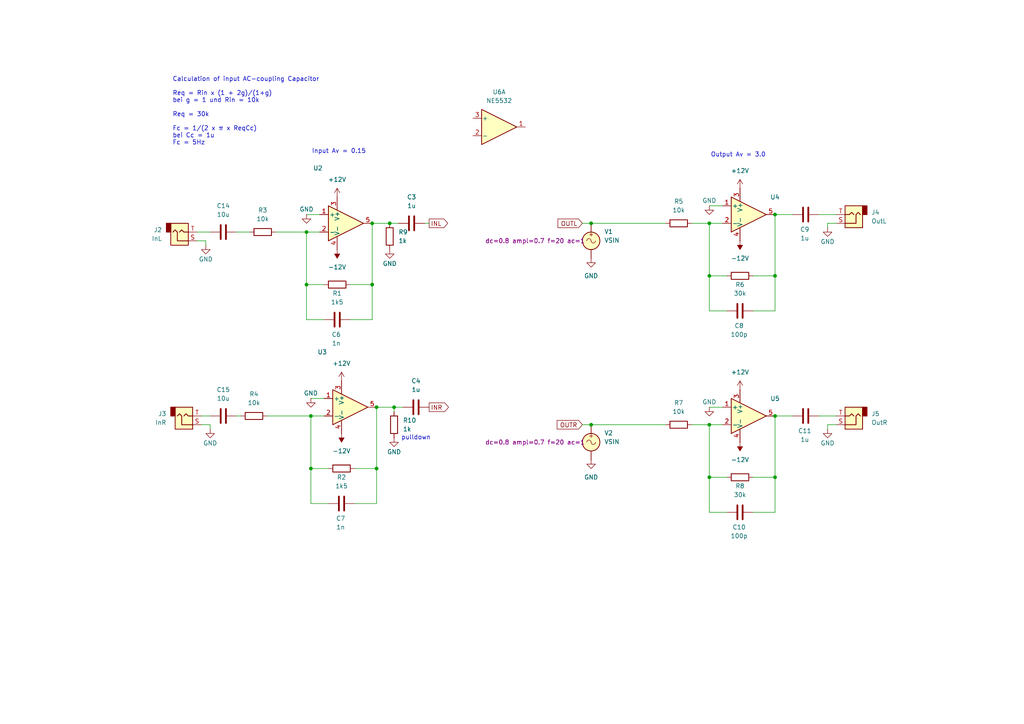
<source format=kicad_sch>
(kicad_sch (version 20231120) (generator "eeschema") (generator_version "8.0")
  (paper "A4")
  (lib_symbols
    (symbol "Amplifier_Operational:NE5532" (pin_names (offset 0.127))
      (property "Reference" "U" (at 0 5.08 0))
      (property "Value" "NE5532" (at 0 -5.08 0))
      (symbol "NE5532_1_1"
        (polyline (pts (xy -5.08 5.08) (xy 5.08 0) (xy -5.08 -5.08) (xy -5.08 5.08)) (stroke (width 0.254)) (fill (type background)))
        (pin output line (at 7.62 0 180) (length 2.54) (name "~") (number "1"))
        (pin input line (at -7.62 -2.54 0) (length 2.54) (name "-") (number "2"))
        (pin input line (at -7.62 2.54 0) (length 2.54) (name "+") (number "3"))
      )
      (symbol "NE5532_2_1"
        (polyline (pts (xy -5.08 5.08) (xy 5.08 0) (xy -5.08 -5.08) (xy -5.08 5.08)) (stroke (width 0.254)) (fill (type background)))
        (pin input line (at -7.62 2.54 0) (length 2.54) (name "+") (number "5"))
        (pin input line (at -7.62 -2.54 0) (length 2.54) (name "-") (number "6"))
        (pin output line (at 7.62 0 180) (length 2.54) (name "~") (number "7"))
      )
      (symbol "NE5532_3_1"
        (pin power_in line (at -2.54 -7.62 90) (length 3.81) (name "V-") (number "4"))
        (pin power_in line (at -2.54 7.62 270) (length 3.81) (name "V+") (number "8"))
      )
    )
    (symbol "Connector_Audio:AudioJack2"
      (property "Reference" "J" (at 0 8.89 0))
      (property "Value" "AudioJack2" (at 0 6.35 0))
      (symbol "AudioJack2_0_1"
        (rectangle (start -3.81 0) (end -2.54 -2.54) (stroke (width 0.254)) (fill (type outline)))
        (rectangle (start -2.54 3.81) (end 2.54 -2.54) (stroke (width 0.254)) (fill (type background)))
        (polyline (pts (xy 0 0) (xy 0.635 -0.635) (xy 1.27 0) (xy 2.54 0)) (stroke (width 0.254)))
        (polyline (pts (xy 2.54 2.54) (xy -0.635 2.54) (xy -0.635 0) (xy -1.27 -0.635) (xy -1.905 0)) (stroke (width 0.254)))
      )
      (symbol "AudioJack2_1_1"
        (pin passive line (at 5.08 2.54 180) (length 2.54) (name "~") (number "S"))
        (pin passive line (at 5.08 0 180) (length 2.54) (name "~") (number "T"))
      )
    )
    (symbol "Device:C" (pin_numbers hide) (pin_names (offset 0.254))
      (property "Reference" "C" (at 0.635 2.54 0))
      (property "Value" "C" (at 0.635 -2.54 0))
      (symbol "C_0_1"
        (polyline (pts (xy -2.032 -0.762) (xy 2.032 -0.762)) (stroke (width 0.508)))
        (polyline (pts (xy -2.032 0.762) (xy 2.032 0.762)) (stroke (width 0.508)))
      )
      (symbol "C_1_1"
        (pin passive line (at 0 3.81 270) (length 2.794) (name "~") (number "1"))
        (pin passive line (at 0 -3.81 90) (length 2.794) (name "~") (number "2"))
      )
    )
    (symbol "Device:R" (pin_numbers hide) (pin_names (offset 0))
      (property "Reference" "R" (at 2.032 0 90))
      (property "Value" "R" (at 0 0 90))
      (symbol "R_0_1"
        (rectangle (start -1.016 -2.54) (end 1.016 2.54) (stroke (width 0.254)))
      )
      (symbol "R_1_1"
        (pin passive line (at 0 3.81 270) (length 1.27) (name "~") (number "1"))
        (pin passive line (at 0 -3.81 90) (length 1.27) (name "~") (number "2"))
      )
    )
    (symbol "Simulation_SPICE:OPAMP" (pin_names (offset 0.254))
      (property "Reference" "U" (at 3.81 3.175 0))
      (property "Value" "${SIM.PARAMS}" (at 3.81 -3.175 0))
      (symbol "OPAMP_0_1"
        (polyline (pts (xy 5.08 0) (xy -5.08 5.08) (xy -5.08 -5.08) (xy 5.08 0)) (stroke (width 0.254)) (fill (type background)))
      )
      (symbol "OPAMP_1_1"
        (pin input line (at -7.62 2.54 0) (length 2.54) (name "+") (number "1"))
        (pin input line (at -7.62 -2.54 0) (length 2.54) (name "-") (number "2"))
        (pin power_in line (at -2.54 7.62 270) (length 3.81) (name "V+") (number "3"))
        (pin power_in line (at -2.54 -7.62 90) (length 3.81) (name "V-") (number "4"))
        (pin output line (at 7.62 0 180) (length 2.54) (name "~") (number "5"))
      )
    )
    (symbol "Simulation_SPICE:VSIN" (pin_numbers hide) (pin_names (offset 0.0254))
      (property "Reference" "V" (at 2.54 2.54 0))
      (property "Value" "VSIN" (at 2.54 0 0))
      (property "Sim.Params" "dc=0 ampl=1 f=1k ac=1" (at 2.54 -2.54 0))
      (symbol "VSIN_0_0"
        (arc (start 0 0) (mid -0.635 0.6323) (end -1.27 0))
        (arc (start 0 0) (mid 0.635 -0.6323) (end 1.27 0))
        (text "+" (at 0 1.905 0) (effects (font (size 1.27 1.27))))
      )
      (symbol "VSIN_0_1"
        (circle (center 0 0) (radius 2.54) (stroke (width 0.254)) (fill (type background)))
      )
      (symbol "VSIN_1_1"
        (pin passive line (at 0 5.08 270) (length 2.54) (name "~") (number "1"))
        (pin passive line (at 0 -5.08 90) (length 2.54) (name "~") (number "2"))
      )
    )
    (symbol "power:+5V" (power) (pin_numbers hide) (pin_names (offset 0) hide)
      (property "Value" "+5V" (at 0 3.556 0))
      (symbol "+5V_0_1"
        (polyline (pts (xy -0.762 1.27) (xy 0 2.54)))
        (polyline (pts (xy 0 0) (xy 0 2.54)))
        (polyline (pts (xy 0 2.54) (xy 0.762 1.27)))
      )
      (symbol "+5V_1_1"
        (pin power_in line (at 0 0 90) (length 0) (name "~") (number "1"))
      )
    )
    (symbol "power:-12V" (power) (pin_numbers hide) (pin_names (offset 0) hide)
      (property "Value" "-12V" (at 0 3.556 0))
      (symbol "-12V_0_0"
        (pin power_in line (at 0 0 90) (length 0) (name "~") (number "1"))
      )
      (symbol "-12V_0_1"
        (polyline (pts (xy 0 0) (xy 0 1.27) (xy 0.762 1.27) (xy 0 2.54) (xy -0.762 1.27) (xy 0 1.27)) (fill (type outline)))
      )
    )
    (symbol "power:GND" (power) (pin_numbers hide) (pin_names (offset 0) hide)
      (property "Value" "GND" (at 0 -3.81 0))
      (symbol "GND_0_1"
        (polyline (pts (xy 0 0) (xy 0 -1.27) (xy 1.27 -1.27) (xy 0 -2.54) (xy -1.27 -1.27) (xy 0 -1.27)))
      )
      (symbol "GND_1_1"
        (pin power_in line (at 0 0 270) (length 0) (name "~") (number "1"))
      )
    )
  )
  (junction (at 114.3 118.11))
  (junction (at 171.45 123.19))
  (junction (at 171.45 64.77))
  (junction (at 109.22 135.89))
  (junction (at 88.9 82.55))
  (junction (at 90.17 135.89))
  (junction (at 113.03 64.77))
  (junction (at 224.79 80.01))
  (junction (at 205.74 123.19))
  (junction (at 224.79 138.43))
  (junction (at 205.74 64.77))
  (junction (at 205.74 138.43))
  (junction (at 224.79 120.65))
  (junction (at 107.95 64.77))
  (junction (at 90.17 120.65))
  (junction (at 224.79 62.23))
  (junction (at 205.74 80.01))
  (junction (at 107.95 82.55))
  (junction (at 109.22 118.11))
  (junction (at 88.9 67.31))
  (wire (pts (xy 210.82 90.17) (xy 205.74 90.17)))
  (wire (pts (xy 240.03 123.19) (xy 240.03 124.46)))
  (wire (pts (xy 205.74 64.77) (xy 205.74 80.01)))
  (wire (pts (xy 60.96 123.19) (xy 60.96 124.46)))
  (wire (pts (xy 171.45 64.77) (xy 193.04 64.77)))
  (wire (pts (xy 205.74 90.17) (xy 205.74 80.01)))
  (wire (pts (xy 95.25 146.05) (xy 90.17 146.05)))
  (wire (pts (xy 205.74 59.69) (xy 209.55 59.69)))
  (wire (pts (xy 101.6 92.71) (xy 107.95 92.71)))
  (wire (pts (xy 205.74 123.19) (xy 209.55 123.19)))
  (wire (pts (xy 57.15 69.85) (xy 59.69 69.85)))
  (wire (pts (xy 237.49 62.23) (xy 242.57 62.23)))
  (wire (pts (xy 58.42 120.65) (xy 60.96 120.65)))
  (wire (pts (xy 90.17 146.05) (xy 90.17 135.89)))
  (wire (pts (xy 200.66 123.19) (xy 205.74 123.19)))
  (wire (pts (xy 218.44 80.01) (xy 224.79 80.01)))
  (wire (pts (xy 205.74 80.01) (xy 210.82 80.01)))
  (wire (pts (xy 205.74 123.19) (xy 205.74 138.43)))
  (wire (pts (xy 109.22 146.05) (xy 109.22 135.89)))
  (wire (pts (xy 205.74 64.77) (xy 209.55 64.77)))
  (wire (pts (xy 59.69 69.85) (xy 59.69 71.12)))
  (wire (pts (xy 171.45 123.19) (xy 193.04 123.19)))
  (wire (pts (xy 205.74 138.43) (xy 210.82 138.43)))
  (wire (pts (xy 57.15 67.31) (xy 60.96 67.31)))
  (wire (pts (xy 88.9 92.71) (xy 88.9 82.55)))
  (wire (pts (xy 88.9 62.23) (xy 92.71 62.23)))
  (wire (pts (xy 88.9 82.55) (xy 93.98 82.55)))
  (wire (pts (xy 102.87 146.05) (xy 109.22 146.05)))
  (wire (pts (xy 90.17 115.57) (xy 93.98 115.57)))
  (wire (pts (xy 224.79 120.65) (xy 229.87 120.65)))
  (wire (pts (xy 210.82 148.59) (xy 205.74 148.59)))
  (wire (pts (xy 200.66 64.77) (xy 205.74 64.77)))
  (wire (pts (xy 90.17 135.89) (xy 95.25 135.89)))
  (wire (pts (xy 224.79 148.59) (xy 224.79 138.43)))
  (wire (pts (xy 237.49 120.65) (xy 242.57 120.65)))
  (wire (pts (xy 224.79 138.43) (xy 224.79 120.65)))
  (wire (pts (xy 109.22 118.11) (xy 114.3 118.11)))
  (wire (pts (xy 240.03 64.77) (xy 240.03 66.04)))
  (wire (pts (xy 72.39 67.31) (xy 68.58 67.31)))
  (wire (pts (xy 68.58 120.65) (xy 69.85 120.65)))
  (wire (pts (xy 114.3 118.11) (xy 116.84 118.11)))
  (wire (pts (xy 58.42 123.19) (xy 60.96 123.19)))
  (wire (pts (xy 101.6 82.55) (xy 107.95 82.55)))
  (wire (pts (xy 242.57 123.19) (xy 240.03 123.19)))
  (wire (pts (xy 168.91 64.77) (xy 171.45 64.77)))
  (wire (pts (xy 88.9 67.31) (xy 88.9 82.55)))
  (wire (pts (xy 224.79 62.23) (xy 229.87 62.23)))
  (wire (pts (xy 168.91 123.19) (xy 171.45 123.19)))
  (wire (pts (xy 224.79 80.01) (xy 224.79 62.23)))
  (wire (pts (xy 218.44 138.43) (xy 224.79 138.43)))
  (wire (pts (xy 114.3 118.11) (xy 114.3 119.38)))
  (wire (pts (xy 90.17 120.65) (xy 93.98 120.65)))
  (wire (pts (xy 218.44 148.59) (xy 224.79 148.59)))
  (wire (pts (xy 90.17 120.65) (xy 90.17 135.89)))
  (wire (pts (xy 115.57 64.77) (xy 113.03 64.77)))
  (wire (pts (xy 93.98 92.71) (xy 88.9 92.71)))
  (wire (pts (xy 224.79 90.17) (xy 224.79 80.01)))
  (wire (pts (xy 205.74 118.11) (xy 209.55 118.11)))
  (wire (pts (xy 107.95 82.55) (xy 107.95 64.77)))
  (wire (pts (xy 88.9 67.31) (xy 92.71 67.31)))
  (wire (pts (xy 77.47 120.65) (xy 90.17 120.65)))
  (wire (pts (xy 205.74 148.59) (xy 205.74 138.43)))
  (wire (pts (xy 107.95 92.71) (xy 107.95 82.55)))
  (wire (pts (xy 109.22 135.89) (xy 109.22 118.11)))
  (wire (pts (xy 218.44 90.17) (xy 224.79 90.17)))
  (wire (pts (xy 102.87 135.89) (xy 109.22 135.89)))
  (wire (pts (xy 107.95 64.77) (xy 113.03 64.77)))
  (wire (pts (xy 80.01 67.31) (xy 88.9 67.31)))
  (wire (pts (xy 123.19 64.77) (xy 124.46 64.77)))
  (wire (pts (xy 242.57 64.77) (xy 240.03 64.77)))
  (text "pulldown" (at 120.65 127 0) (effects (font (size 1.27 1.27))))
  (text "Input Av = 0.15" (at 98.298 43.942 0) (effects (font (size 1.27 1.27))))
  (text "Calculation of input AC-coupling Capacitor\n\nReq = Rin x (1 + 2g)/(1+g)\nbei g = 1 und Rin = 10k\n\nReq = 30k\n\nFc = 1/(2 x π x ReqCc)\nbei Cc = 1u\nFc = 5Hz\n" (at 50.038 32.258 0) (effects (font (size 1.27 1.27)) (justify left)))
  (text "Output Av = 3.0" (at 214.122 44.958 0) (effects (font (size 1.27 1.27))))
  (global_label "OUTR" (shape input) (at 168.91 123.19 180) (property "Intersheetrefs" "${INTERSHEET_REFS}" (effects (hide yes))))
  (global_label "INR" (shape output) (at 124.46 118.11 0) (property "Intersheetrefs" "${INTERSHEET_REFS}" (effects (hide yes))))
  (global_label "OUTL" (shape input) (at 168.91 64.77 180) (property "Intersheetrefs" "${INTERSHEET_REFS}" (effects (hide yes))))
  (global_label "INL" (shape output) (at 124.46 64.77 0) (property "Intersheetrefs" "${INTERSHEET_REFS}" (effects (hide yes))))
  (symbol (lib_id "Simulation_SPICE:OPAMP") (at 217.17 120.65 0) (unit 1)
    (property "Reference" "U5" (at 224.79 115.6014 0))
    (property "Value" "${SIM.PARAMS}" (at 224.79 117.5065 0))
    (property "Datasheet" "https://ngspice.sourceforge.io/docs/ngspice-html-manual/manual.xhtml#sec__SUBCKT_Subcircuits" (effects (hide yes)))
    (property "Description" "Operational amplifier, single, node sequence=1:+ 2:- 3:OUT 4:V+ 5:V-" (effects (hide yes)))
    (property "Sim.Pins" "1=in+ 2=in- 3=vcc 4=vee 5=out" (effects (hide yes)))
    (property "Sim.Device" "SUBCKT" (effects (hide yes)))
    (property "Sim.Library" "${KICAD7_SYMBOL_DIR}/Simulation_SPICE.sp" (effects (hide yes)))
    (property "Sim.Name" "kicad_builtin_opamp" (effects (hide yes)))
  )
  (symbol (lib_id "Device:C") (at 214.63 90.17 270) (unit 1)
    (property "Reference" "C8" (at 214.376 94.488 90))
    (property "Value" "100p" (at 214.376 97.028 90))
    (property "Description" "Unpolarized capacitor" (effects (hide yes)))
  )
  (symbol (lib_id "power:-12V") (at 214.63 128.27 180) (unit 1)
    (property "Reference" "#PWR026" (effects (hide yes)))
    (property "Value" "-12V" (at 214.63 133.35 0))
    (property "Description" "Power symbol creates a global label with name \"-12V\"" (effects (hide yes)))
  )
  (symbol (lib_id "power:GND") (at 88.9 62.23 0) (unit 1)
    (property "Reference" "#PWR014" (effects (hide yes)))
    (property "Value" "GND" (at 88.9 60.706 0))
    (property "Description" "Power symbol creates a global label with name \"GND\" , ground" (effects (hide yes)))
  )
  (symbol (lib_id "Device:R") (at 214.63 80.01 90) (unit 1)
    (property "Reference" "R6" (at 214.63 82.55 90))
    (property "Value" "30k" (at 214.63 85.09 90))
    (property "Description" "Resistor" (effects (hide yes)))
  )
  (symbol (lib_id "power:GND") (at 205.74 118.11 0) (unit 1)
    (property "Reference" "#PWR024" (effects (hide yes)))
    (property "Value" "GND" (at 205.74 116.586 0))
    (property "Description" "Power symbol creates a global label with name \"GND\" , ground" (effects (hide yes)))
  )
  (symbol (lib_id "Device:R") (at 73.66 120.65 90) (unit 1)
    (property "Reference" "R4" (at 73.66 114.3 90))
    (property "Value" "10k" (at 73.66 116.84 90))
    (property "Description" "Resistor" (effects (hide yes)))
  )
  (symbol (lib_id "Connector_Audio:AudioJack2") (at 247.65 120.65 180) (unit 1)
    (property "Reference" "J5" (at 252.73 120.0149 0) (effects (justify right)))
    (property "Value" "OutR" (at 252.73 122.5549 0) (effects (justify right)))
    (property "Description" "Audio Jack, 2 Poles (Mono / TS)" (effects (hide yes)))
  )
  (symbol (lib_id "Simulation_SPICE:OPAMP") (at 100.33 64.77 0) (unit 1)
    (property "Reference" "U2" (at 92.202 48.768 0))
    (property "Value" "${SIM.PARAMS}" (at 107.95 61.6265 0))
    (property "Datasheet" "https://ngspice.sourceforge.io/docs/ngspice-html-manual/manual.xhtml#sec__SUBCKT_Subcircuits" (effects (hide yes)))
    (property "Description" "Operational amplifier, single, node sequence=1:+ 2:- 3:OUT 4:V+ 5:V-" (effects (hide yes)))
    (property "Sim.Pins" "1=in+ 2=in- 3=vcc 4=vee 5=out" (effects (hide yes)))
    (property "Sim.Device" "SUBCKT" (effects (hide yes)))
    (property "Sim.Library" "${KICAD7_SYMBOL_DIR}/Simulation_SPICE.sp" (effects (hide yes)))
    (property "Sim.Name" "kicad_builtin_opamp" (effects (hide yes)))
  )
  (symbol (lib_id "Simulation_SPICE:VSIN") (at 171.45 128.27 0) (unit 1) (in_bom no) (on_board no)
    (property "Reference" "V2" (at 175.26 125.6001 0) (effects (justify left)))
    (property "Value" "VSIN" (at 175.26 128.1401 0) (effects (justify left)))
    (property "Datasheet" "https://ngspice.sourceforge.io/docs/ngspice-html-manual/manual.xhtml#sec_Independent_Sources_for" (effects (hide yes)))
    (property "Description" "Voltage source, sinusoidal" (effects (hide yes)))
    (property "Sim.Pins" "1=+ 2=-" (effects (hide yes)))
    (property "Sim.Params" "dc=0.8 ampl=0.7 f=20 ac=1" (at 140.716 128.27 0) (effects (justify left)))
    (property "Sim.Type" "SIN" (effects (hide yes)))
    (property "Sim.Device" "V" (effects (hide yes)))
  )
  (symbol (lib_id "Device:R") (at 99.06 135.89 90) (unit 1)
    (property "Reference" "R2" (at 99.06 138.43 90))
    (property "Value" "1k5" (at 99.06 140.97 90))
    (property "Description" "Resistor" (effects (hide yes)))
  )
  (symbol (lib_id "Device:C") (at 64.77 67.31 90) (unit 1)
    (property "Reference" "C14" (at 64.77 59.69 90))
    (property "Value" "10u" (at 64.77 62.23 90))
    (property "Description" "Unpolarized capacitor" (effects (hide yes)))
  )
  (symbol (lib_id "Simulation_SPICE:VSIN") (at 171.45 69.85 0) (unit 1) (in_bom no) (on_board no)
    (property "Reference" "V1" (at 175.26 67.1801 0) (effects (justify left)))
    (property "Value" "VSIN" (at 175.26 69.7201 0) (effects (justify left)))
    (property "Datasheet" "https://ngspice.sourceforge.io/docs/ngspice-html-manual/manual.xhtml#sec_Independent_Sources_for" (effects (hide yes)))
    (property "Description" "Voltage source, sinusoidal" (effects (hide yes)))
    (property "Sim.Pins" "1=+ 2=-" (effects (hide yes)))
    (property "Sim.Params" "dc=0.8 ampl=0.7 f=20 ac=1" (at 140.716 69.85 0) (effects (justify left)))
    (property "Sim.Type" "SIN" (effects (hide yes)))
    (property "Sim.Device" "V" (effects (hide yes)))
  )
  (symbol (lib_id "Device:C") (at 97.79 92.71 270) (unit 1)
    (property "Reference" "C6" (at 97.536 97.028 90))
    (property "Value" "1n" (at 97.536 99.568 90))
    (property "Description" "Unpolarized capacitor" (effects (hide yes)))
  )
  (symbol (lib_id "Device:C") (at 99.06 146.05 270) (unit 1)
    (property "Reference" "C7" (at 98.806 150.368 90))
    (property "Value" "1n" (at 98.806 152.908 90))
    (property "Description" "Unpolarized capacitor" (effects (hide yes)))
  )
  (symbol (lib_id "Device:R") (at 97.79 82.55 90) (unit 1)
    (property "Reference" "R1" (at 97.79 85.09 90))
    (property "Value" "1k5" (at 97.79 87.63 90))
    (property "Description" "Resistor" (effects (hide yes)))
  )
  (symbol (lib_id "Connector_Audio:AudioJack2") (at 247.65 62.23 180) (unit 1)
    (property "Reference" "J4" (at 252.73 61.5949 0) (effects (justify right)))
    (property "Value" "OutL" (at 252.73 64.1349 0) (effects (justify right)))
    (property "Description" "Audio Jack, 2 Poles (Mono / TS)" (effects (hide yes)))
  )
  (symbol (lib_id "power:+5V") (at 214.63 54.61 0) (unit 1)
    (property "Reference" "#PWR020" (effects (hide yes)))
    (property "Value" "+12V" (at 214.63 49.53 0))
    (property "Description" "Power symbol creates a global label with name \"+5V\"" (effects (hide yes)))
  )
  (symbol (lib_id "Connector_Audio:AudioJack2") (at 53.34 120.65 0) (mirror x) (unit 1)
    (property "Reference" "J3" (at 48.26 120.0149 0) (effects (justify right)))
    (property "Value" "InR" (at 48.26 122.5549 0) (effects (justify right)))
    (property "Description" "Audio Jack, 2 Poles (Mono / TS)" (effects (hide yes)))
  )
  (symbol (lib_id "power:GND") (at 59.69 71.12 0) (unit 1)
    (property "Reference" "#PWR016" (effects (hide yes)))
    (property "Value" "GND" (at 59.69 75.184 0))
    (property "Description" "Power symbol creates a global label with name \"GND\" , ground" (effects (hide yes)))
  )
  (symbol (lib_id "Device:C") (at 214.63 148.59 270) (unit 1)
    (property "Reference" "C10" (at 214.376 152.908 90))
    (property "Value" "100p" (at 214.376 155.448 90))
    (property "Description" "Unpolarized capacitor" (effects (hide yes)))
  )
  (symbol (lib_id "power:GND") (at 113.03 72.39 0) (unit 1)
    (property "Reference" "#PWR030" (effects (hide yes)))
    (property "Value" "GND" (at 113.03 76.454 0))
    (property "Description" "Power symbol creates a global label with name \"GND\" , ground" (effects (hide yes)))
  )
  (symbol (lib_id "Amplifier_Operational:NE5532") (at 144.78 36.83 0) (unit 1)
    (property "Reference" "U6" (at 144.78 26.67 0))
    (property "Value" "NE5532" (at 144.78 29.21 0))
    (property "Datasheet" "http://www.ti.com/lit/ds/symlink/ne5532.pdf" (effects (hide yes)))
    (property "Description" "Dual Low-Noise Operational Amplifiers, DIP-8/SOIC-8" (effects (hide yes)))
  )
  (symbol (lib_id "Device:R") (at 214.63 138.43 90) (unit 1)
    (property "Reference" "R8" (at 214.63 140.97 90))
    (property "Value" "30k" (at 214.63 143.51 90))
    (property "Description" "Resistor" (effects (hide yes)))
  )
  (symbol (lib_id "Simulation_SPICE:OPAMP") (at 101.6 118.11 0) (unit 1)
    (property "Reference" "U3" (at 93.472 102.108 0))
    (property "Value" "${SIM.PARAMS}" (at 109.22 114.9665 0))
    (property "Datasheet" "https://ngspice.sourceforge.io/docs/ngspice-html-manual/manual.xhtml#sec__SUBCKT_Subcircuits" (effects (hide yes)))
    (property "Description" "Operational amplifier, single, node sequence=1:+ 2:- 3:OUT 4:V+ 5:V-" (effects (hide yes)))
    (property "Sim.Pins" "1=in+ 2=in- 3=vcc 4=vee 5=out" (effects (hide yes)))
    (property "Sim.Device" "SUBCKT" (effects (hide yes)))
    (property "Sim.Library" "${KICAD7_SYMBOL_DIR}/Simulation_SPICE.sp" (effects (hide yes)))
    (property "Sim.Name" "kicad_builtin_opamp" (effects (hide yes)))
  )
  (symbol (lib_id "Device:R") (at 113.03 68.58 0) (unit 1)
    (property "Reference" "R9" (at 115.57 67.3099 0) (effects (justify left)))
    (property "Value" "1k" (at 115.57 69.8499 0) (effects (justify left)))
    (property "Description" "Resistor" (effects (hide yes)))
  )
  (symbol (lib_id "Device:R") (at 196.85 123.19 90) (unit 1)
    (property "Reference" "R7" (at 196.85 116.84 90))
    (property "Value" "10k" (at 196.85 119.38 90))
    (property "Description" "Resistor" (effects (hide yes)))
  )
  (symbol (lib_id "Device:C") (at 64.77 120.65 90) (unit 1)
    (property "Reference" "C15" (at 64.77 113.03 90))
    (property "Value" "10u" (at 64.77 115.57 90))
    (property "Description" "Unpolarized capacitor" (effects (hide yes)))
  )
  (symbol (lib_id "power:GND") (at 205.74 59.69 0) (unit 1)
    (property "Reference" "#PWR019" (effects (hide yes)))
    (property "Value" "GND" (at 205.74 58.166 0))
    (property "Description" "Power symbol creates a global label with name \"GND\" , ground" (effects (hide yes)))
  )
  (symbol (lib_id "power:+5V") (at 97.79 57.15 0) (unit 1)
    (property "Reference" "#PWR06" (effects (hide yes)))
    (property "Value" "+12V" (at 97.79 52.07 0))
    (property "Description" "Power symbol creates a global label with name \"+5V\"" (effects (hide yes)))
  )
  (symbol (lib_id "Device:C") (at 233.68 120.65 270) (unit 1)
    (property "Reference" "C11" (at 233.426 124.968 90))
    (property "Value" "1u" (at 233.426 127.508 90))
    (property "Description" "Unpolarized capacitor" (effects (hide yes)))
  )
  (symbol (lib_id "power:GND") (at 240.03 66.04 0) (mirror y) (unit 1)
    (property "Reference" "#PWR022" (effects (hide yes)))
    (property "Value" "GND" (at 240.03 70.104 0))
    (property "Description" "Power symbol creates a global label with name \"GND\" , ground" (effects (hide yes)))
  )
  (symbol (lib_id "Device:R") (at 76.2 67.31 90) (unit 1)
    (property "Reference" "R3" (at 76.2 60.96 90))
    (property "Value" "10k" (at 76.2 63.5 90))
    (property "Description" "Resistor" (effects (hide yes)))
  )
  (symbol (lib_id "Device:R") (at 196.85 64.77 90) (unit 1)
    (property "Reference" "R5" (at 196.85 58.42 90))
    (property "Value" "10k" (at 196.85 60.96 90))
    (property "Description" "Resistor" (effects (hide yes)))
  )
  (symbol (lib_id "Connector_Audio:AudioJack2") (at 52.07 67.31 0) (mirror x) (unit 1)
    (property "Reference" "J2" (at 46.99 66.6749 0) (effects (justify right)))
    (property "Value" "InL" (at 46.99 69.2149 0) (effects (justify right)))
    (property "Description" "Audio Jack, 2 Poles (Mono / TS)" (effects (hide yes)))
  )
  (symbol (lib_id "power:GND") (at 171.45 74.93 0) (unit 1) (in_bom no) (on_board no)
    (property "Reference" "#PWR018" (effects (hide yes)))
    (property "Value" "GND" (at 171.45 80.01 0))
    (property "Description" "Power symbol creates a global label with name \"GND\" , ground" (effects (hide yes)))
  )
  (symbol (lib_id "power:-12V") (at 99.06 125.73 180) (unit 1)
    (property "Reference" "#PWR010" (effects (hide yes)))
    (property "Value" "-12V" (at 99.06 130.81 0))
    (property "Description" "Power symbol creates a global label with name \"-12V\"" (effects (hide yes)))
  )
  (symbol (lib_id "power:GND") (at 114.3 127 0) (unit 1)
    (property "Reference" "#PWR031" (effects (hide yes)))
    (property "Value" "GND" (at 114.3 131.064 0))
    (property "Description" "Power symbol creates a global label with name \"GND\" , ground" (effects (hide yes)))
  )
  (symbol (lib_id "Device:C") (at 119.38 64.77 90) (unit 1)
    (property "Reference" "C3" (at 119.38 57.15 90))
    (property "Value" "1u" (at 119.38 59.69 90))
    (property "Description" "Unpolarized capacitor" (effects (hide yes)))
  )
  (symbol (lib_id "power:GND") (at 240.03 124.46 0) (mirror y) (unit 1)
    (property "Reference" "#PWR027" (effects (hide yes)))
    (property "Value" "GND" (at 240.03 128.524 0))
    (property "Description" "Power symbol creates a global label with name \"GND\" , ground" (effects (hide yes)))
  )
  (symbol (lib_id "Device:C") (at 120.65 118.11 90) (unit 1)
    (property "Reference" "C4" (at 120.65 110.49 90))
    (property "Value" "1u" (at 120.65 113.03 90))
    (property "Description" "Unpolarized capacitor" (effects (hide yes)))
  )
  (symbol (lib_id "Simulation_SPICE:OPAMP") (at 217.17 62.23 0) (unit 1)
    (property "Reference" "U4" (at 224.79 57.1814 0))
    (property "Value" "${SIM.PARAMS}" (at 224.79 59.0865 0))
    (property "Datasheet" "https://ngspice.sourceforge.io/docs/ngspice-html-manual/manual.xhtml#sec__SUBCKT_Subcircuits" (effects (hide yes)))
    (property "Description" "Operational amplifier, single, node sequence=1:+ 2:- 3:OUT 4:V+ 5:V-" (effects (hide yes)))
    (property "Sim.Pins" "1=in+ 2=in- 3=vcc 4=vee 5=out" (effects (hide yes)))
    (property "Sim.Device" "SUBCKT" (effects (hide yes)))
    (property "Sim.Library" "${KICAD7_SYMBOL_DIR}/Simulation_SPICE.sp" (effects (hide yes)))
    (property "Sim.Name" "kicad_builtin_opamp" (effects (hide yes)))
  )
  (symbol (lib_id "Device:C") (at 233.68 62.23 270) (unit 1)
    (property "Reference" "C9" (at 233.426 66.548 90))
    (property "Value" "1u" (at 233.426 69.088 90))
    (property "Description" "Unpolarized capacitor" (effects (hide yes)))
  )
  (symbol (lib_id "power:+5V") (at 99.06 110.49 0) (unit 1)
    (property "Reference" "#PWR09" (effects (hide yes)))
    (property "Value" "+12V" (at 99.06 105.41 0))
    (property "Description" "Power symbol creates a global label with name \"+5V\"" (effects (hide yes)))
  )
  (symbol (lib_id "Device:R") (at 114.3 123.19 0) (unit 1)
    (property "Reference" "R10" (at 116.84 121.9199 0) (effects (justify left)))
    (property "Value" "1k" (at 116.84 124.4599 0) (effects (justify left)))
    (property "Description" "Resistor" (effects (hide yes)))
  )
  (symbol (lib_id "power:GND") (at 60.96 124.46 0) (unit 1)
    (property "Reference" "#PWR017" (effects (hide yes)))
    (property "Value" "GND" (at 60.96 128.524 0))
    (property "Description" "Power symbol creates a global label with name \"GND\" , ground" (effects (hide yes)))
  )
  (symbol (lib_id "power:+5V") (at 214.63 113.03 0) (unit 1)
    (property "Reference" "#PWR025" (effects (hide yes)))
    (property "Value" "+12V" (at 214.63 107.95 0))
    (property "Description" "Power symbol creates a global label with name \"+5V\"" (effects (hide yes)))
  )
  (symbol (lib_id "power:-12V") (at 97.79 72.39 180) (unit 1)
    (property "Reference" "#PWR08" (effects (hide yes)))
    (property "Value" "-12V" (at 97.79 77.47 0))
    (property "Description" "Power symbol creates a global label with name \"-12V\"" (effects (hide yes)))
  )
  (symbol (lib_id "power:GND") (at 171.45 133.35 0) (unit 1) (in_bom no) (on_board no)
    (property "Reference" "#PWR023" (effects (hide yes)))
    (property "Value" "GND" (at 171.45 138.43 0))
    (property "Description" "Power symbol creates a global label with name \"GND\" , ground" (effects (hide yes)))
  )
  (symbol (lib_id "power:GND") (at 90.17 115.57 0) (unit 1)
    (property "Reference" "#PWR015" (effects (hide yes)))
    (property "Value" "GND" (at 90.17 114.046 0))
    (property "Description" "Power symbol creates a global label with name \"GND\" , ground" (effects (hide yes)))
  )
  (symbol (lib_id "power:-12V") (at 214.63 69.85 180) (unit 1)
    (property "Reference" "#PWR021" (effects (hide yes)))
    (property "Value" "-12V" (at 214.63 74.93 0))
    (property "Description" "Power symbol creates a global label with name \"-12V\"" (effects (hide yes)))
  )
)
</source>
